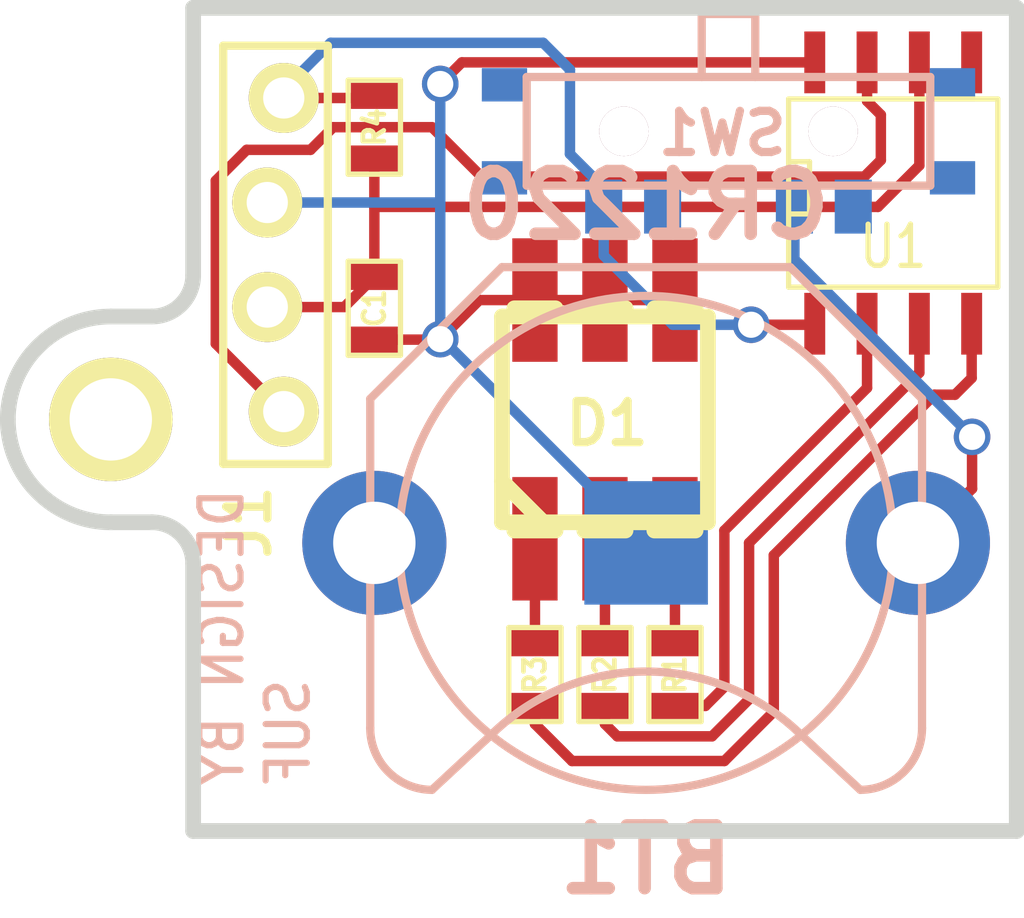
<source format=kicad_pcb>
(kicad_pcb (version 3) (host pcbnew "(2013-07-07 BZR 4022)-stable")

  (general
    (links 21)
    (no_connects 1)
    (area 179.126934 77.6406 212.207 101.8684)
    (thickness 1.6)
    (drawings 12)
    (tracks 78)
    (zones 0)
    (modules 11)
    (nets 12)
  )

  (page A3)
  (layers
    (15 F.Cu signal)
    (0 B.Cu signal)
    (16 B.Adhes user)
    (17 F.Adhes user)
    (18 B.Paste user)
    (19 F.Paste user)
    (20 B.SilkS user)
    (21 F.SilkS user)
    (22 B.Mask user)
    (23 F.Mask user)
    (24 Dwgs.User user)
    (25 Cmts.User user)
    (26 Eco1.User user)
    (27 Eco2.User user)
    (28 Edge.Cuts user)
  )

  (setup
    (last_trace_width 0.254)
    (trace_clearance 0.254)
    (zone_clearance 0.508)
    (zone_45_only no)
    (trace_min 0.254)
    (segment_width 0.381)
    (edge_width 0.381)
    (via_size 0.889)
    (via_drill 0.635)
    (via_min_size 0.889)
    (via_min_drill 0.508)
    (uvia_size 0.508)
    (uvia_drill 0.127)
    (uvias_allowed no)
    (uvia_min_size 0.508)
    (uvia_min_drill 0.127)
    (pcb_text_width 0.3048)
    (pcb_text_size 1.524 2.032)
    (mod_edge_width 0.2)
    (mod_text_size 1.524 1.524)
    (mod_text_width 0.3048)
    (pad_size 3 3)
    (pad_drill 2)
    (pad_to_mask_clearance 0.254)
    (aux_axis_origin 0 0)
    (visible_elements 7FFFFFFF)
    (pcbplotparams
      (layerselection 3178497)
      (usegerberextensions true)
      (excludeedgelayer true)
      (linewidth 0.150000)
      (plotframeref false)
      (viasonmask false)
      (mode 1)
      (useauxorigin false)
      (hpglpennumber 1)
      (hpglpenspeed 20)
      (hpglpendiameter 15)
      (hpglpenoverlay 2)
      (psnegative false)
      (psa4output false)
      (plotreference true)
      (plotvalue true)
      (plotothertext true)
      (plotinvisibletext false)
      (padsonsilk false)
      (subtractmaskfromsilk false)
      (outputformat 1)
      (mirror false)
      (drillshape 1)
      (scaleselection 1)
      (outputdirectory ""))
  )

  (net 0 "")
  (net 1 GND)
  (net 2 N-0000010)
  (net 3 N-0000011)
  (net 4 N-0000012)
  (net 5 N-000002)
  (net 6 N-000003)
  (net 7 N-000004)
  (net 8 N-000006)
  (net 9 N-000007)
  (net 10 N-000008)
  (net 11 VCC)

  (net_class Default "This is the default net class."
    (clearance 0.254)
    (trace_width 0.254)
    (via_dia 0.889)
    (via_drill 0.635)
    (uvia_dia 0.508)
    (uvia_drill 0.127)
    (add_net "")
    (add_net GND)
    (add_net N-0000010)
    (add_net N-0000011)
    (add_net N-0000012)
    (add_net N-000002)
    (add_net N-000003)
    (add_net N-000004)
    (add_net N-000006)
    (add_net N-000007)
    (add_net N-000008)
    (add_net VCC)
  )

  (module SOIC-8 (layer F.Cu) (tedit 520E6ADF) (tstamp 520E533D)
    (at 207 84.5)
    (descr "Module CMS SOJ 8 pins large")
    (tags "CMS SOJ")
    (path /520D4457)
    (attr smd)
    (fp_text reference U1 (at 0 1.3) (layer F.SilkS)
      (effects (font (size 1.00076 0.8001) (thickness 0.127)))
    )
    (fp_text value MSP430G2230 (at 0 1.27) (layer F.SilkS) hide
      (effects (font (size 1.00076 0.8001) (thickness 0.127)))
    )
    (fp_line (start -2.54 -2.286) (end 2.54 -2.286) (layer F.SilkS) (width 0.127))
    (fp_line (start 2.54 -2.286) (end 2.54 2.286) (layer F.SilkS) (width 0.127))
    (fp_line (start 2.54 2.286) (end -2.54 2.286) (layer F.SilkS) (width 0.127))
    (fp_line (start -2.54 2.286) (end -2.54 -2.286) (layer F.SilkS) (width 0.127))
    (fp_line (start -2.54 -0.762) (end -2.032 -0.762) (layer F.SilkS) (width 0.127))
    (fp_line (start -2.032 -0.762) (end -2.032 0.508) (layer F.SilkS) (width 0.127))
    (fp_line (start -2.032 0.508) (end -2.54 0.508) (layer F.SilkS) (width 0.127))
    (pad 8 smd rect (at -1.905 -3.175) (size 0.508 1.50114)
      (layers F.Cu F.Paste F.Mask)
      (net 1 GND)
    )
    (pad 7 smd rect (at -0.635 -3.175) (size 0.508 1.50114)
      (layers F.Cu F.Paste F.Mask)
      (net 6 N-000003)
    )
    (pad 6 smd rect (at 0.635 -3.175) (size 0.508 1.50114)
      (layers F.Cu F.Paste F.Mask)
      (net 7 N-000004)
    )
    (pad 5 smd rect (at 1.905 -3.175) (size 0.508 1.50114)
      (layers F.Cu F.Paste F.Mask)
    )
    (pad 4 smd rect (at 1.905 3.175) (size 0.508 1.50114)
      (layers F.Cu F.Paste F.Mask)
      (net 2 N-0000010)
    )
    (pad 3 smd rect (at 0.635 3.175) (size 0.508 1.50114)
      (layers F.Cu F.Paste F.Mask)
      (net 3 N-0000011)
    )
    (pad 2 smd rect (at -0.635 3.175) (size 0.508 1.50114)
      (layers F.Cu F.Paste F.Mask)
      (net 4 N-0000012)
    )
    (pad 1 smd rect (at -1.905 3.175) (size 0.508 1.50114)
      (layers F.Cu F.Paste F.Mask)
      (net 11 VCC)
    )
    (model smd/cms_so8.wrl
      (at (xyz 0 0 0))
      (scale (xyz 0.5 0.38 0.5))
      (rotate (xyz 0 0 0))
    )
  )

  (module SM0603 (layer F.Cu) (tedit 4E43A3D1) (tstamp 520E5347)
    (at 201.7 96.2 270)
    (path /520D4484)
    (attr smd)
    (fp_text reference R1 (at 0 0 270) (layer F.SilkS)
      (effects (font (size 0.508 0.4572) (thickness 0.1143)))
    )
    (fp_text value 470 (at 0 0 270) (layer F.SilkS) hide
      (effects (font (size 0.508 0.4572) (thickness 0.1143)))
    )
    (fp_line (start -1.143 -0.635) (end 1.143 -0.635) (layer F.SilkS) (width 0.127))
    (fp_line (start 1.143 -0.635) (end 1.143 0.635) (layer F.SilkS) (width 0.127))
    (fp_line (start 1.143 0.635) (end -1.143 0.635) (layer F.SilkS) (width 0.127))
    (fp_line (start -1.143 0.635) (end -1.143 -0.635) (layer F.SilkS) (width 0.127))
    (pad 1 smd rect (at -0.762 0 270) (size 0.635 1.143)
      (layers F.Cu F.Paste F.Mask)
      (net 8 N-000006)
    )
    (pad 2 smd rect (at 0.762 0 270) (size 0.635 1.143)
      (layers F.Cu F.Paste F.Mask)
      (net 4 N-0000012)
    )
    (model smd\resistors\R0603.wrl
      (at (xyz 0 0 0.001))
      (scale (xyz 0.5 0.5 0.5))
      (rotate (xyz 0 0 0))
    )
  )

  (module SM0603 (layer F.Cu) (tedit 4E43A3D1) (tstamp 520E5351)
    (at 200 96.2 270)
    (path /520D449D)
    (attr smd)
    (fp_text reference R2 (at 0 0 270) (layer F.SilkS)
      (effects (font (size 0.508 0.4572) (thickness 0.1143)))
    )
    (fp_text value 470 (at 0 0 270) (layer F.SilkS) hide
      (effects (font (size 0.508 0.4572) (thickness 0.1143)))
    )
    (fp_line (start -1.143 -0.635) (end 1.143 -0.635) (layer F.SilkS) (width 0.127))
    (fp_line (start 1.143 -0.635) (end 1.143 0.635) (layer F.SilkS) (width 0.127))
    (fp_line (start 1.143 0.635) (end -1.143 0.635) (layer F.SilkS) (width 0.127))
    (fp_line (start -1.143 0.635) (end -1.143 -0.635) (layer F.SilkS) (width 0.127))
    (pad 1 smd rect (at -0.762 0 270) (size 0.635 1.143)
      (layers F.Cu F.Paste F.Mask)
      (net 9 N-000007)
    )
    (pad 2 smd rect (at 0.762 0 270) (size 0.635 1.143)
      (layers F.Cu F.Paste F.Mask)
      (net 3 N-0000011)
    )
    (model smd\resistors\R0603.wrl
      (at (xyz 0 0 0.001))
      (scale (xyz 0.5 0.5 0.5))
      (rotate (xyz 0 0 0))
    )
  )

  (module SM0603 (layer F.Cu) (tedit 4E43A3D1) (tstamp 520E535B)
    (at 198.3 96.2 270)
    (path /520D44AC)
    (attr smd)
    (fp_text reference R3 (at 0 0 270) (layer F.SilkS)
      (effects (font (size 0.508 0.4572) (thickness 0.1143)))
    )
    (fp_text value 470 (at 0 0 270) (layer F.SilkS) hide
      (effects (font (size 0.508 0.4572) (thickness 0.1143)))
    )
    (fp_line (start -1.143 -0.635) (end 1.143 -0.635) (layer F.SilkS) (width 0.127))
    (fp_line (start 1.143 -0.635) (end 1.143 0.635) (layer F.SilkS) (width 0.127))
    (fp_line (start 1.143 0.635) (end -1.143 0.635) (layer F.SilkS) (width 0.127))
    (fp_line (start -1.143 0.635) (end -1.143 -0.635) (layer F.SilkS) (width 0.127))
    (pad 1 smd rect (at -0.762 0 270) (size 0.635 1.143)
      (layers F.Cu F.Paste F.Mask)
      (net 10 N-000008)
    )
    (pad 2 smd rect (at 0.762 0 270) (size 0.635 1.143)
      (layers F.Cu F.Paste F.Mask)
      (net 2 N-0000010)
    )
    (model smd\resistors\R0603.wrl
      (at (xyz 0 0 0.001))
      (scale (xyz 0.5 0.5 0.5))
      (rotate (xyz 0 0 0))
    )
  )

  (module SM0603 (layer F.Cu) (tedit 4E43A3D1) (tstamp 520E5365)
    (at 194.4 82.9 270)
    (path /520D4558)
    (attr smd)
    (fp_text reference R4 (at 0 0 270) (layer F.SilkS)
      (effects (font (size 0.508 0.4572) (thickness 0.1143)))
    )
    (fp_text value 47K (at 0 0 270) (layer F.SilkS) hide
      (effects (font (size 0.508 0.4572) (thickness 0.1143)))
    )
    (fp_line (start -1.143 -0.635) (end 1.143 -0.635) (layer F.SilkS) (width 0.127))
    (fp_line (start 1.143 -0.635) (end 1.143 0.635) (layer F.SilkS) (width 0.127))
    (fp_line (start 1.143 0.635) (end -1.143 0.635) (layer F.SilkS) (width 0.127))
    (fp_line (start -1.143 0.635) (end -1.143 -0.635) (layer F.SilkS) (width 0.127))
    (pad 1 smd rect (at -0.762 0 270) (size 0.635 1.143)
      (layers F.Cu F.Paste F.Mask)
      (net 11 VCC)
    )
    (pad 2 smd rect (at 0.762 0 270) (size 0.635 1.143)
      (layers F.Cu F.Paste F.Mask)
      (net 7 N-000004)
    )
    (model smd\resistors\R0603.wrl
      (at (xyz 0 0 0.001))
      (scale (xyz 0.5 0.5 0.5))
      (rotate (xyz 0 0 0))
    )
  )

  (module SM0603 (layer F.Cu) (tedit 4E43A3D1) (tstamp 520E536F)
    (at 194.4 87.3 270)
    (path /520D4567)
    (attr smd)
    (fp_text reference C1 (at 0 0 270) (layer F.SilkS)
      (effects (font (size 0.508 0.4572) (thickness 0.1143)))
    )
    (fp_text value 1nF (at 0 0 270) (layer F.SilkS) hide
      (effects (font (size 0.508 0.4572) (thickness 0.1143)))
    )
    (fp_line (start -1.143 -0.635) (end 1.143 -0.635) (layer F.SilkS) (width 0.127))
    (fp_line (start 1.143 -0.635) (end 1.143 0.635) (layer F.SilkS) (width 0.127))
    (fp_line (start 1.143 0.635) (end -1.143 0.635) (layer F.SilkS) (width 0.127))
    (fp_line (start -1.143 0.635) (end -1.143 -0.635) (layer F.SilkS) (width 0.127))
    (pad 1 smd rect (at -0.762 0 270) (size 0.635 1.143)
      (layers F.Cu F.Paste F.Mask)
      (net 7 N-000004)
    )
    (pad 2 smd rect (at 0.762 0 270) (size 0.635 1.143)
      (layers F.Cu F.Paste F.Mask)
      (net 1 GND)
    )
    (model smd\resistors\R0603.wrl
      (at (xyz 0 0 0.001))
      (scale (xyz 0.5 0.5 0.5))
      (rotate (xyz 0 0 0))
    )
  )

  (module PLCC-6 (layer F.Cu) (tedit 520E6B0A) (tstamp 520E5386)
    (at 200 90)
    (path /520D4475)
    (fp_text reference D1 (at 0.05 0.1) (layer F.SilkS)
      (effects (font (size 1 1) (thickness 0.2)))
    )
    (fp_text value OF-SMD5060RGB (at 0 6) (layer F.SilkS) hide
      (effects (font (size 1.524 1.524) (thickness 0.3048)))
    )
    (fp_line (start 1.2 2.7) (end 2.2 2.7) (layer F.SilkS) (width 0.381))
    (fp_line (start -0.5 2.7) (end 0.5 2.7) (layer F.SilkS) (width 0.381))
    (fp_line (start -2.2 2.7) (end -1.2 2.7) (layer F.SilkS) (width 0.381))
    (fp_line (start -2.2 -2.7) (end -1.2 -2.7) (layer F.SilkS) (width 0.381))
    (fp_line (start 1.2 -2.7) (end 2.2 -2.7) (layer F.SilkS) (width 0.381))
    (fp_line (start -0.5 -2.5) (end -0.5 -2.7) (layer F.SilkS) (width 0.381))
    (fp_line (start -0.5 -2.7) (end 0.5 -2.7) (layer F.SilkS) (width 0.381))
    (fp_line (start 0.5 -2.7) (end 0.5 -2.5) (layer F.SilkS) (width 0.381))
    (fp_line (start -2.5 1.5) (end -1.5 2.5) (layer F.SilkS) (width 0.381))
    (fp_line (start -2.5 -2.5) (end 2.5 -2.5) (layer F.SilkS) (width 0.381))
    (fp_line (start 2.5 -2.5) (end 2.5 2.5) (layer F.SilkS) (width 0.381))
    (fp_line (start 2.5 2.5) (end -2.5 2.5) (layer F.SilkS) (width 0.381))
    (fp_line (start -2.5 2.5) (end -2.5 -2.5) (layer F.SilkS) (width 0.381))
    (pad 1 smd rect (at -1.7 2.9) (size 1.1 3)
      (layers F.Cu F.Paste F.Mask)
      (net 10 N-000008)
    )
    (pad 2 smd rect (at 0 2.9) (size 1.1 3)
      (layers F.Cu F.Paste F.Mask)
      (net 9 N-000007)
    )
    (pad 3 smd rect (at 1.7 2.9) (size 1.1 3)
      (layers F.Cu F.Paste F.Mask)
      (net 8 N-000006)
    )
    (pad 4 smd rect (at 1.7 -2.9) (size 1.1 3)
      (layers F.Cu F.Paste F.Mask)
      (net 1 GND)
    )
    (pad 5 smd rect (at 0 -2.9) (size 1.1 3)
      (layers F.Cu F.Paste F.Mask)
      (net 1 GND)
    )
    (pad 6 smd rect (at -1.7 -2.9) (size 1.1 3)
      (layers F.Cu F.Paste F.Mask)
      (net 1 GND)
    )
  )

  (module MLL1300S (layer B.Cu) (tedit 520E6AC4) (tstamp 520E539B)
    (at 203 83)
    (path /520D4448)
    (fp_text reference SW1 (at -0.15 0.05) (layer B.SilkS)
      (effects (font (size 1 1) (thickness 0.2)) (justify mirror))
    )
    (fp_text value MLL1300S (at 0 -4.191) (layer B.SilkS) hide
      (effects (font (size 1.524 1.524) (thickness 0.3048)) (justify mirror))
    )
    (fp_line (start -0.65 -1.32) (end -0.65 -2.85) (layer B.SilkS) (width 0.2))
    (fp_line (start -0.65 -2.85) (end 0.65 -2.85) (layer B.SilkS) (width 0.2))
    (fp_line (start 0.65 -2.85) (end 0.65 -1.32) (layer B.SilkS) (width 0.2))
    (fp_line (start -4.9 -1.32) (end -4.9 1.32) (layer B.SilkS) (width 0.2))
    (fp_line (start -4.9 1.32) (end 4.9 1.32) (layer B.SilkS) (width 0.2))
    (fp_line (start 4.9 1.32) (end 4.9 -1.32) (layer B.SilkS) (width 0.2))
    (fp_line (start 4.9 -1.32) (end -4.9 -1.32) (layer B.SilkS) (width 0.2))
    (pad ~ thru_hole circle (at 2.54 0) (size 1.2 1.2) (drill 1.2)
      (layers *.Cu *.Mask B.SilkS)
    )
    (pad ~ thru_hole circle (at -2.54 0) (size 1.2 1.2) (drill 1.2)
      (layers *.Cu *.Mask B.SilkS)
    )
    (pad 1 smd rect (at -3.03 1.83) (size 0.9 1.31)
      (layers B.Cu B.Paste B.Mask)
      (net 11 VCC)
    )
    (pad 2 smd rect (at -1.6 1.83) (size 0.9 1.31)
      (layers B.Cu B.Paste B.Mask)
    )
    (pad 3 smd rect (at 1.6 1.83) (size 0.9 1.31)
      (layers B.Cu B.Paste B.Mask)
      (net 5 N-000002)
    )
    (pad 4 smd rect (at 3.03 1.83) (size 0.9 1.31)
      (layers B.Cu B.Paste B.Mask)
    )
    (pad ~ smd rect (at -5.44 1.13) (size 1.1 0.81)
      (layers B.Cu B.Paste B.Mask)
    )
    (pad ~ smd rect (at -5.44 -1.13) (size 1.1 0.81)
      (layers B.Cu B.Paste B.Mask)
    )
    (pad ~ smd rect (at 5.44 1.13) (size 1.1 0.81)
      (layers B.Cu B.Paste B.Mask)
    )
    (pad ~ smd rect (at 5.44 -1.13) (size 1.1 0.81)
      (layers B.Cu B.Paste B.Mask)
    )
  )

  (module HDR-TI-SBW (layer F.Cu) (tedit 520E98B2) (tstamp 520E53B9)
    (at 192 86 90)
    (path /520D9946)
    (fp_text reference J1 (at -6.5 -0.65 90) (layer F.SilkS)
      (effects (font (size 1 1) (thickness 0.2)))
    )
    (fp_text value SBW (at 0 2.54 90) (layer F.SilkS) hide
      (effects (font (size 1.524 1.524) (thickness 0.3048)))
    )
    (fp_line (start -5.08 1.27) (end 5.08 1.27) (layer F.SilkS) (width 0.2))
    (fp_line (start -5.08 -1.27) (end 5.08 -1.27) (layer F.SilkS) (width 0.2))
    (fp_line (start 5.08 -1.27) (end 5.08 1.27) (layer F.SilkS) (width 0.2))
    (fp_line (start -5.08 -1.27) (end -5.08 1.27) (layer F.SilkS) (width 0.2))
    (pad 1 thru_hole circle (at -3.81 0.2 90) (size 1.69926 1.69926) (drill 1.00076)
      (layers *.Cu *.Mask F.SilkS)
      (net 6 N-000003)
    )
    (pad 2 thru_hole circle (at -1.27 -0.2 90) (size 1.69926 1.69926) (drill 1.00076)
      (layers *.Cu *.Mask F.SilkS)
      (net 7 N-000004)
    )
    (pad 3 thru_hole circle (at 1.27 -0.2 90) (size 1.69926 1.69926) (drill 1.00076)
      (layers *.Cu *.Mask F.SilkS)
      (net 1 GND)
    )
    (pad 4 thru_hole circle (at 3.81 0.2 90) (size 1.69926 1.69926) (drill 1.00076)
      (layers *.Cu *.Mask F.SilkS)
      (net 11 VCC)
    )
  )

  (module MNT_HOLE_2 (layer F.Cu) (tedit 520EEDEF) (tstamp 520FA5BD)
    (at 188 90)
    (fp_text reference MNT_HOLE_2 (at 0 -2.6) (layer F.SilkS) hide
      (effects (font (size 1.524 1.524) (thickness 0.3048)))
    )
    (fp_text value Val** (at 0 2.8) (layer F.SilkS) hide
      (effects (font (size 1.524 1.524) (thickness 0.3048)))
    )
    (pad "" thru_hole circle (at 0 0) (size 3 3) (drill 2)
      (layers *.Cu *.Mask F.SilkS)
    )
  )

  (module Keystone-3001 (layer B.Cu) (tedit 526DE9AD) (tstamp 520E53AD)
    (at 201 93)
    (path /520D4606)
    (fp_text reference BT1 (at 0 7.7) (layer B.SilkS)
      (effects (font (size 1.524 1.524) (thickness 0.3048)) (justify mirror))
    )
    (fp_text value CR1220 (at 0 -8.2) (layer B.SilkS)
      (effects (font (size 1.524 1.524) (thickness 0.3048)) (justify mirror))
    )
    (fp_line (start -3.8 4.7) (end -5.2 6) (layer B.SilkS) (width 0.2))
    (fp_line (start 3.8 4.7) (end 5.2 6) (layer B.SilkS) (width 0.2))
    (fp_arc (start 0 8.5) (end 3.8 4.7) (angle -90) (layer B.SilkS) (width 0.2))
    (fp_arc (start -5.2 4.5) (end -6.7 4.5) (angle -90) (layer B.SilkS) (width 0.2))
    (fp_line (start -3.5 -6.7) (end -6.7 -3.5) (layer B.SilkS) (width 0.2))
    (fp_line (start -6.7 -3.5) (end -6.7 4.5) (layer B.SilkS) (width 0.2))
    (fp_line (start 6.7 -3.5) (end 3.5 -6.7) (layer B.SilkS) (width 0.2))
    (fp_arc (start 5.2 4.5) (end 5.2 6) (angle -90) (layer B.SilkS) (width 0.2))
    (fp_line (start 6.7 -3.5) (end 6.7 4.5) (layer B.SilkS) (width 0.2))
    (fp_line (start -3.5 -6.7) (end 3.5 -6.7) (layer B.SilkS) (width 0.2))
    (fp_circle (center 0 0) (end -6 -0.1) (layer B.SilkS) (width 0.2))
    (pad 2 smd rect (at 0 0) (size 3 3)
      (layers B.Cu B.Paste B.Mask)
      (net 1 GND)
    )
    (pad 1 thru_hole circle (at 6.6 0) (size 3.5 3.5) (drill 2)
      (layers F.Cu F.Mask)
      (net 5 N-000002)
    )
    (pad 1 thru_hole circle (at -6.6 0) (size 3.5 3.5) (drill 2)
      (layers F.Cu F.Mask)
      (net 5 N-000002)
    )
  )

  (gr_text "DESIGN BY\nSUF" (at 191.5 99 90) (layer B.SilkS)
    (effects (font (size 1 0.9) (thickness 0.15)) (justify right mirror))
  )
  (gr_line (start 190 86.5) (end 190 80) (angle 90) (layer Edge.Cuts) (width 0.381))
  (gr_line (start 190 93.5) (end 190 100) (angle 90) (layer Edge.Cuts) (width 0.381))
  (gr_line (start 188 92.5) (end 189 92.5) (angle 90) (layer Edge.Cuts) (width 0.381))
  (gr_line (start 188 87.5) (end 189 87.5) (angle 90) (layer Edge.Cuts) (width 0.381))
  (gr_arc (start 189 93.5) (end 189 92.5) (angle 90) (layer Edge.Cuts) (width 0.381))
  (gr_arc (start 189 86.5) (end 190 86.5) (angle 90) (layer Edge.Cuts) (width 0.381))
  (gr_arc (start 188 90) (end 188 92.5) (angle 90) (layer Edge.Cuts) (width 0.381))
  (gr_arc (start 188 90) (end 185.5 90) (angle 90) (layer Edge.Cuts) (width 0.381))
  (gr_line (start 210 80) (end 190 80) (angle 90) (layer Edge.Cuts) (width 0.381))
  (gr_line (start 210 100) (end 210 80) (angle 90) (layer Edge.Cuts) (width 0.381))
  (gr_line (start 190 100) (end 210 100) (angle 90) (layer Edge.Cuts) (width 0.381))

  (segment (start 191.8 84.73) (end 196 84.73) (width 0.254) (layer B.Cu) (net 1) (status 400000))
  (segment (start 196 88.05) (end 196.05 88.05) (width 0.254) (layer B.Cu) (net 1))
  (segment (start 196.05 88.05) (end 201 93) (width 0.254) (layer B.Cu) (net 1) (tstamp 526DECF8))
  (segment (start 198.3 87.1) (end 196.95 87.1) (width 0.254) (layer F.Cu) (net 1))
  (segment (start 196.95 87.1) (end 196 88.05) (width 0.254) (layer F.Cu) (net 1) (tstamp 526DECE5))
  (segment (start 205.095 81.325) (end 196.525 81.325) (width 0.254) (layer F.Cu) (net 1))
  (segment (start 196.525 81.325) (end 196 81.85) (width 0.254) (layer F.Cu) (net 1) (tstamp 520E5719))
  (via (at 196 81.85) (size 0.889) (layers F.Cu B.Cu) (net 1))
  (segment (start 196 81.85) (end 196 84.73) (width 0.254) (layer B.Cu) (net 1) (tstamp 520E571B))
  (segment (start 196 84.73) (end 196 88.05) (width 0.254) (layer B.Cu) (net 1) (tstamp 52D5BA5E))
  (via (at 196 88.05) (size 0.889) (layers F.Cu B.Cu) (net 1))
  (segment (start 195.988 88.062) (end 194.4 88.062) (width 0.254) (layer F.Cu) (net 1) (tstamp 520E571F))
  (segment (start 196 88.05) (end 195.988 88.062) (width 0.254) (layer F.Cu) (net 1) (tstamp 520E571E))
  (segment (start 198.3 87.1) (end 200 87.1) (width 0.254) (layer F.Cu) (net 1))
  (segment (start 200 87.1) (end 201.7 87.1) (width 0.254) (layer F.Cu) (net 1) (tstamp 520E5685))
  (segment (start 208.905 87.675) (end 208.905 88.995) (width 0.254) (layer F.Cu) (net 2) (status 10))
  (segment (start 198.3 97.4) (end 199.2 98.3) (width 0.254) (layer F.Cu) (net 2) (tstamp 520E564B))
  (segment (start 199.2 98.3) (end 202.9 98.3) (width 0.254) (layer F.Cu) (net 2) (tstamp 520E564C))
  (segment (start 202.9 98.3) (end 204.1 97.1) (width 0.254) (layer F.Cu) (net 2) (tstamp 520E564D))
  (segment (start 204.1 97.1) (end 204.1 93.3) (width 0.254) (layer F.Cu) (net 2) (tstamp 520E564F))
  (segment (start 198.3 97.4) (end 198.3 96.962) (width 0.254) (layer F.Cu) (net 2))
  (segment (start 208 89.4) (end 204.1 93.3) (width 0.254) (layer F.Cu) (net 2) (tstamp 520E5682))
  (segment (start 208.5 89.4) (end 208 89.4) (width 0.254) (layer F.Cu) (net 2) (tstamp 520E5681))
  (segment (start 208.905 88.995) (end 208.5 89.4) (width 0.254) (layer F.Cu) (net 2) (tstamp 520E5680))
  (segment (start 207.635 87.675) (end 207.635 88.865) (width 0.254) (layer F.Cu) (net 3))
  (segment (start 200 97.4) (end 200 96.962) (width 0.254) (layer F.Cu) (net 3))
  (segment (start 203.5 96.8) (end 203.5 93) (width 0.254) (layer F.Cu) (net 3) (tstamp 520E563F))
  (segment (start 202.6 97.7) (end 203.5 96.8) (width 0.254) (layer F.Cu) (net 3) (tstamp 520E563E))
  (segment (start 200.3 97.7) (end 202.6 97.7) (width 0.254) (layer F.Cu) (net 3) (tstamp 520E563D))
  (segment (start 200 97.4) (end 200.3 97.7) (width 0.254) (layer F.Cu) (net 3) (tstamp 520E563C))
  (segment (start 207.635 88.865) (end 203.5 93) (width 0.254) (layer F.Cu) (net 3) (tstamp 520E56DE))
  (segment (start 206.365 87.675) (end 206.365 89.235) (width 0.254) (layer F.Cu) (net 4) (status 10))
  (segment (start 202.438 96.962) (end 202.9 96.5) (width 0.254) (layer F.Cu) (net 4) (tstamp 520E5634))
  (segment (start 202.9 96.5) (end 202.9 92.7) (width 0.254) (layer F.Cu) (net 4) (tstamp 520E5635))
  (segment (start 202.438 96.962) (end 201.7 96.962) (width 0.254) (layer F.Cu) (net 4))
  (segment (start 206.365 89.235) (end 202.9 92.7) (width 0.254) (layer F.Cu) (net 4) (tstamp 520E5671))
  (segment (start 204.6 84.83) (end 204.6 86.109) (width 0.254) (layer B.Cu) (net 5))
  (segment (start 208.915 91.685) (end 207.6 93) (width 0.254) (layer F.Cu) (net 5) (tstamp 526DEC0A))
  (segment (start 208.915 90.424) (end 208.915 91.685) (width 0.254) (layer F.Cu) (net 5) (tstamp 526DEC09))
  (via (at 208.915 90.424) (size 0.889) (layers F.Cu B.Cu) (net 5))
  (segment (start 204.6 86.109) (end 208.915 90.424) (width 0.254) (layer B.Cu) (net 5) (tstamp 526DEBFC))
  (segment (start 190.55 84.2) (end 190.55 88.16) (width 0.254) (layer F.Cu) (net 6))
  (segment (start 191.3 83.45) (end 190.55 84.2) (width 0.254) (layer F.Cu) (net 6) (tstamp 520E56EC))
  (segment (start 192.85 83.45) (end 191.3 83.45) (width 0.254) (layer F.Cu) (net 6) (tstamp 520E56EB))
  (segment (start 193.4 82.9) (end 192.85 83.45) (width 0.254) (layer F.Cu) (net 6) (tstamp 520E56EA))
  (segment (start 195.8 82.9) (end 193.4 82.9) (width 0.254) (layer F.Cu) (net 6) (tstamp 520E56E8))
  (segment (start 197 84.1) (end 195.8 82.9) (width 0.254) (layer F.Cu) (net 6) (tstamp 520E56E6))
  (segment (start 206.3 84.1) (end 197 84.1) (width 0.254) (layer F.Cu) (net 6) (tstamp 520E56E5))
  (segment (start 206.7 83.7) (end 206.3 84.1) (width 0.254) (layer F.Cu) (net 6) (tstamp 520E56E4))
  (segment (start 206.7 82.6) (end 206.7 83.7) (width 0.254) (layer F.Cu) (net 6) (tstamp 520E56E3))
  (segment (start 206.365 82.265) (end 206.7 82.6) (width 0.254) (layer F.Cu) (net 6) (tstamp 520E56E2))
  (segment (start 206.365 81.325) (end 206.365 82.265) (width 0.254) (layer F.Cu) (net 6))
  (segment (start 190.55 88.16) (end 192.2 89.81) (width 0.254) (layer F.Cu) (net 6) (tstamp 52D5BA4D) (status 800000))
  (segment (start 191.8 87.27) (end 193.668 87.27) (width 0.254) (layer F.Cu) (net 7))
  (segment (start 193.668 87.27) (end 194.4 86.538) (width 0.254) (layer F.Cu) (net 7) (tstamp 52D5BA33))
  (segment (start 207.635 81.325) (end 207.635 83.83) (width 0.254) (layer F.Cu) (net 7))
  (segment (start 206.629 84.836) (end 194.4 84.836) (width 0.254) (layer F.Cu) (net 7) (tstamp 52D5BA21))
  (segment (start 207.635 83.83) (end 206.629 84.836) (width 0.254) (layer F.Cu) (net 7) (tstamp 52D5BA16))
  (segment (start 194.4 83.662) (end 194.4 84.7) (width 0.254) (layer F.Cu) (net 7))
  (segment (start 194.4 84.7) (end 194.4 84.836) (width 0.254) (layer F.Cu) (net 7) (tstamp 520E56A8))
  (segment (start 194.4 84.836) (end 194.4 86.538) (width 0.254) (layer F.Cu) (net 7) (tstamp 52D5BA31))
  (segment (start 201.7 92.9) (end 201.7 95.438) (width 0.254) (layer F.Cu) (net 8))
  (segment (start 200 92.9) (end 200 95.438) (width 0.254) (layer F.Cu) (net 9))
  (segment (start 198.3 92.9) (end 198.3 95.438) (width 0.254) (layer F.Cu) (net 10))
  (segment (start 199.97 84.83) (end 199.97 84.37) (width 0.254) (layer B.Cu) (net 11))
  (segment (start 193.34 80.85) (end 192 82.19) (width 0.254) (layer B.Cu) (net 11) (tstamp 520E5715))
  (segment (start 198.5 80.85) (end 193.34 80.85) (width 0.254) (layer B.Cu) (net 11) (tstamp 520E5714))
  (segment (start 199.15 81.5) (end 198.5 80.85) (width 0.254) (layer B.Cu) (net 11) (tstamp 520E5713))
  (segment (start 199.15 83.55) (end 199.15 81.5) (width 0.254) (layer B.Cu) (net 11) (tstamp 520E5712))
  (segment (start 199.97 84.37) (end 199.15 83.55) (width 0.254) (layer B.Cu) (net 11) (tstamp 520E5711))
  (segment (start 205.095 87.675) (end 205.07 87.7) (width 0.254) (layer F.Cu) (net 11))
  (segment (start 199.97 86.02) (end 199.97 84.83) (width 0.254) (layer B.Cu) (net 11) (tstamp 520E570C))
  (segment (start 201.65 87.7) (end 199.97 86.02) (width 0.254) (layer B.Cu) (net 11) (tstamp 520E570A))
  (segment (start 203.55 87.7) (end 201.65 87.7) (width 0.254) (layer B.Cu) (net 11) (tstamp 520E5709))
  (via (at 203.55 87.7) (size 0.889) (layers F.Cu B.Cu) (net 11))
  (segment (start 205.07 87.7) (end 203.55 87.7) (width 0.254) (layer F.Cu) (net 11) (tstamp 520E5707))
  (segment (start 192 82.19) (end 194.348 82.19) (width 0.254) (layer F.Cu) (net 11))
  (segment (start 194.348 82.19) (end 194.4 82.138) (width 0.254) (layer F.Cu) (net 11) (tstamp 520E56A0))

)

</source>
